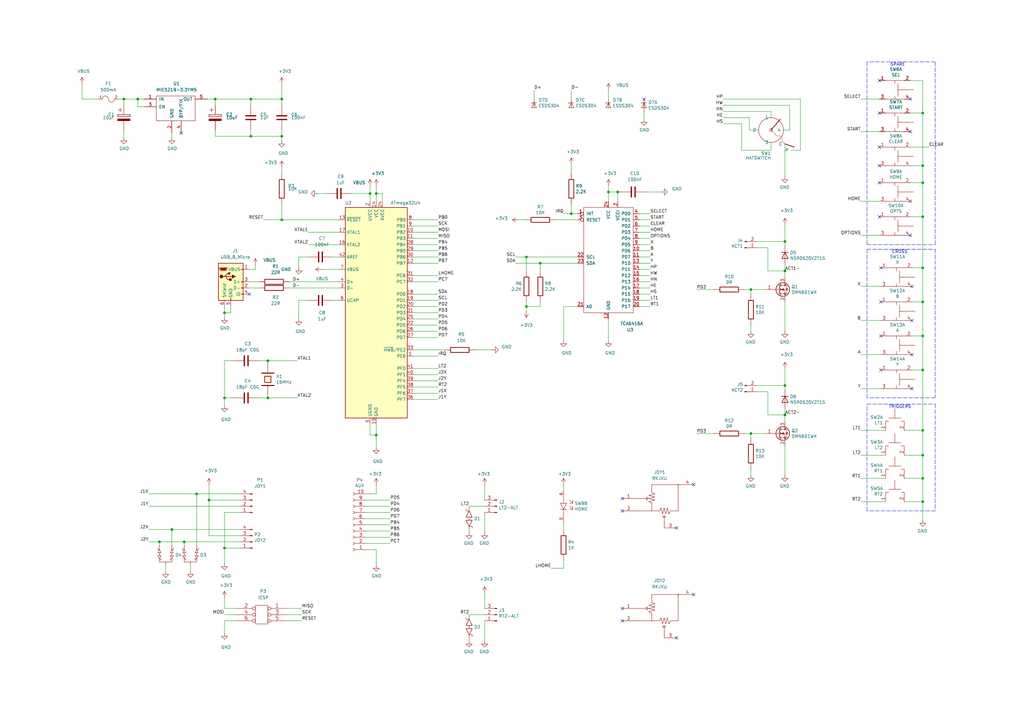
<source format=kicad_sch>
(kicad_sch (version 20231120) (generator "eeschema") (generator_version "8.0")
  (paper "A3")
  (title_block (title "Gamerino") (date "2021-05-20") (rev "01"))
  (junction (at 378.46 151.765))
  (junction (at 115.57 90.17))
  (junction (at 92.075 224.79))
  (junction (at 307.975 118.745))
  (junction (at 234.315 87.63))
  (junction (at 249.555 78.74))
  (junction (at 92.075 128.27))
  (junction (at 115.57 55.88))
  (junction (at 109.855 147.955))
  (junction (at 378.46 88.9))
  (junction (at 321.945 111.125))
  (junction (at 80.645 202.565))
  (junction (at 154.305 178.435))
  (junction (at 85.725 205.105))
  (junction (at 88.265 40.64))
  (junction (at 378.46 186.69))
  (junction (at 378.46 46.355))
  (junction (at 102.87 55.88))
  (junction (at 321.945 99.06))
  (junction (at 151.765 79.375))
  (junction (at 50.8 40.64))
  (junction (at 92.075 163.195))
  (junction (at 221.615 107.95))
  (junction (at 321.945 158.115))
  (junction (at 56.515 40.64))
  (junction (at 321.945 170.18))
  (junction (at 102.87 40.64))
  (junction (at 109.855 163.195))
  (junction (at 75.565 222.25))
  (junction (at 378.46 205.74))
  (junction (at 378.46 67.945))
  (junction (at 70.485 217.17))
  (junction (at 115.57 40.64))
  (junction (at 215.9 105.41))
  (junction (at 65.405 222.25))
  (junction (at 378.46 123.825))
  (junction (at 378.46 137.795))
  (junction (at 378.46 74.93))
  (junction (at 154.305 79.375))
  (junction (at 215.9 125.73))
  (junction (at 253.365 78.74))
  (junction (at 378.46 109.855))
  (junction (at 378.46 196.215))
  (junction (at 378.46 176.53))
  (junction (at 307.975 177.8))
  (no_connect (at 255.27 249.555))
  (no_connect (at 361.315 109.855))
  (no_connect (at 102.235 120.65))
  (no_connect (at 360.68 67.945))
  (no_connect (at 284.48 243.84))
  (no_connect (at 255.27 254.635))
  (no_connect (at 255.27 209.55))
  (no_connect (at 374.015 117.475))
  (no_connect (at 277.495 216.535))
  (no_connect (at 373.38 82.55))
  (no_connect (at 374.015 159.385))
  (no_connect (at 74.295 54.61))
  (no_connect (at 284.48 198.755))
  (no_connect (at 361.315 137.795))
  (no_connect (at 374.015 145.415))
  (no_connect (at 373.38 53.975))
  (no_connect (at 360.68 46.355))
  (no_connect (at 360.68 74.93))
  (no_connect (at 264.16 40.64))
  (no_connect (at 374.015 131.445))
  (no_connect (at 277.495 261.62))
  (no_connect (at 373.38 96.52))
  (no_connect (at 361.315 123.825))
  (no_connect (at 360.68 33.02))
  (no_connect (at 373.38 40.64))
  (no_connect (at 360.68 88.9))
  (no_connect (at 361.315 151.765))
  (no_connect (at 360.68 60.325))
  (no_connect (at 255.27 204.47))
  (wire (pts (xy 264.16 45.72) (xy 264.16 48.895)))
  (wire (pts (xy 149.86 207.645) (xy 160.02 207.645)))
  (wire (pts (xy 115.57 83.82) (xy 115.57 90.17)))
  (wire (pts (xy 314.96 111.125) (xy 321.945 111.125)))
  (wire (pts (xy 139.065 95.25) (xy 126.365 95.25)))
  (wire (pts (xy 115.57 40.64) (xy 102.87 40.64)))
  (wire (pts (xy 149.86 222.885) (xy 160.02 222.885)))
  (wire (pts (xy 75.565 222.25) (xy 98.425 222.25)))
  (wire (pts (xy 33.655 40.64) (xy 40.64 40.64)))
  (wire (pts (xy 92.075 163.195) (xy 92.075 166.37)))
  (wire (pts (xy 97.155 254.635) (xy 92.075 254.635)))
  (wire (pts (xy 262.255 92.71) (xy 266.7 92.71)))
  (wire (pts (xy 56.515 40.64) (xy 59.055 40.64)))
  (wire (pts (xy 198.755 210.185) (xy 198.755 218.44)))
  (wire (pts (xy 192.405 218.44) (xy 192.405 217.17)))
  (wire (pts (xy 115.57 90.17) (xy 107.95 90.17)))
  (wire (pts (xy 169.545 92.71) (xy 179.705 92.71)))
  (wire (pts (xy 102.87 55.88) (xy 88.265 55.88)))
  (wire (pts (xy 198.755 243.205) (xy 198.755 249.555)))
  (wire (pts (xy 307.975 194.945) (xy 307.975 192.405)))
  (wire (pts (xy 169.545 95.25) (xy 179.705 95.25)))
  (wire (pts (xy 169.545 115.57) (xy 179.705 115.57)))
  (wire (pts (xy 65.405 222.25) (xy 75.565 222.25)))
  (wire (pts (xy 234.315 67.31) (xy 234.315 71.12)))
  (wire (pts (xy 106.045 163.195) (xy 109.855 163.195)))
  (wire (pts (xy 85.09 40.64) (xy 88.265 40.64)))
  (wire (pts (xy 139.065 100.33) (xy 126.365 100.33)))
  (wire (pts (xy 321.945 99.06) (xy 321.945 100.965)))
  (wire (pts (xy 262.255 120.65) (xy 266.7 120.65)))
  (wire (pts (xy 307.975 120.65) (xy 307.975 118.745)))
  (wire (pts (xy 123.825 252.095) (xy 117.475 252.095)))
  (wire (pts (xy 149.86 210.185) (xy 160.02 210.185)))
  (wire (pts (xy 249.555 130.81) (xy 249.555 139.7)))
  (wire (pts (xy 266.7 113.03) (xy 262.255 113.03)))
  (wire (pts (xy 316.23 45.72) (xy 296.545 45.72)))
  (wire (pts (xy 169.545 97.79) (xy 179.705 97.79)))
  (wire (pts (xy 169.545 125.73) (xy 179.705 125.73)))
  (wire (pts (xy 169.545 100.33) (xy 179.705 100.33)))
  (wire (pts (xy 236.855 107.95) (xy 221.615 107.95)))
  (wire (pts (xy 373.38 33.02) (xy 378.46 33.02)))
  (polyline (pts (xy 383.54 165.735) (xy 383.54 209.55)) (stroke (width 0) (type dash)))
  (wire (pts (xy 378.46 196.215) (xy 378.46 205.74)))
  (wire (pts (xy 102.87 55.88) (xy 115.57 55.88)))
  (wire (pts (xy 109.855 147.955) (xy 121.92 147.955)))
  (wire (pts (xy 60.96 202.565) (xy 80.645 202.565)))
  (wire (pts (xy 60.96 217.17) (xy 70.485 217.17)))
  (wire (pts (xy 378.46 67.945) (xy 378.46 74.93)))
  (wire (pts (xy 70.485 217.17) (xy 98.425 217.17)))
  (wire (pts (xy 192.405 252.095) (xy 192.405 252.73)))
  (wire (pts (xy 353.06 96.52) (xy 360.68 96.52)))
  (wire (pts (xy 215.9 125.73) (xy 215.9 123.825)))
  (wire (pts (xy 151.765 178.435) (xy 154.305 178.435)))
  (wire (pts (xy 374.015 151.765) (xy 378.46 151.765)))
  (wire (pts (xy 65.405 223.52) (xy 65.405 222.25)))
  (wire (pts (xy 370.84 205.74) (xy 378.46 205.74)))
  (wire (pts (xy 92.075 128.27) (xy 94.615 128.27)))
  (wire (pts (xy 149.86 205.105) (xy 160.02 205.105)))
  (wire (pts (xy 378.46 176.53) (xy 378.46 186.69)))
  (wire (pts (xy 92.075 147.955) (xy 92.075 163.195)))
  (polyline (pts (xy 383.54 163.195) (xy 355.6 163.195)) (stroke (width 0) (type dash)))
  (wire (pts (xy 192.405 261.62) (xy 192.405 262.89)))
  (wire (pts (xy 169.545 163.83) (xy 179.705 163.83)))
  (wire (pts (xy 262.255 102.87) (xy 266.7 102.87)))
  (wire (pts (xy 262.255 105.41) (xy 266.7 105.41)))
  (wire (pts (xy 92.075 249.555) (xy 92.075 245.11)))
  (wire (pts (xy 262.255 87.63) (xy 266.7 87.63)))
  (wire (pts (xy 314.96 160.655) (xy 314.96 170.18)))
  (wire (pts (xy 363.22 205.74) (xy 353.06 205.74)))
  (wire (pts (xy 307.975 135.89) (xy 307.975 133.35)))
  (wire (pts (xy 132.08 110.49) (xy 139.065 110.49)))
  (wire (pts (xy 374.015 123.825) (xy 378.46 123.825)))
  (wire (pts (xy 92.075 125.73) (xy 92.075 128.27)))
  (wire (pts (xy 212.725 90.17) (xy 215.265 90.17)))
  (wire (pts (xy 264.795 78.74) (xy 271.145 78.74)))
  (wire (pts (xy 94.615 128.27) (xy 94.615 125.73)))
  (wire (pts (xy 262.255 97.79) (xy 266.7 97.79)))
  (wire (pts (xy 249.555 40.64) (xy 249.555 36.83)))
  (wire (pts (xy 88.265 43.18) (xy 88.265 40.64)))
  (wire (pts (xy 321.31 53.34) (xy 323.85 53.34)))
  (wire (pts (xy 373.38 88.9) (xy 378.46 88.9)))
  (wire (pts (xy 314.325 177.8) (xy 307.975 177.8)))
  (wire (pts (xy 154.305 202.565) (xy 149.86 202.565)))
  (wire (pts (xy 130.175 79.375) (xy 133.985 79.375)))
  (polyline (pts (xy 383.54 25.4) (xy 355.6 25.4)) (stroke (width 0) (type dash)))
  (wire (pts (xy 154.305 225.425) (xy 154.305 231.775)))
  (wire (pts (xy 353.06 82.55) (xy 360.68 82.55)))
  (wire (pts (xy 221.615 107.95) (xy 211.455 107.95)))
  (wire (pts (xy 234.315 40.64) (xy 234.315 36.83)))
  (wire (pts (xy 149.86 215.265) (xy 160.02 215.265)))
  (wire (pts (xy 194.945 143.51) (xy 201.93 143.51)))
  (wire (pts (xy 370.84 186.69) (xy 378.46 186.69)))
  (wire (pts (xy 378.46 33.02) (xy 378.46 46.355)))
  (wire (pts (xy 102.87 53.34) (xy 102.87 55.88)))
  (wire (pts (xy 126.365 123.19) (xy 122.555 123.19)))
  (wire (pts (xy 149.86 217.805) (xy 160.02 217.805)))
  (wire (pts (xy 353.06 131.445) (xy 361.315 131.445)))
  (wire (pts (xy 378.46 186.69) (xy 378.46 196.215)))
  (wire (pts (xy 378.46 109.855) (xy 378.46 123.825)))
  (wire (pts (xy 144.145 79.375) (xy 151.765 79.375)))
  (wire (pts (xy 169.545 161.29) (xy 179.705 161.29)))
  (wire (pts (xy 323.85 53.34) (xy 323.85 43.18)))
  (wire (pts (xy 378.46 151.765) (xy 378.46 176.53)))
  (wire (pts (xy 307.34 48.26) (xy 307.34 53.34)))
  (wire (pts (xy 78.105 231.775) (xy 78.105 234.315)))
  (wire (pts (xy 149.86 220.345) (xy 160.02 220.345)))
  (wire (pts (xy 353.06 159.385) (xy 361.315 159.385)))
  (wire (pts (xy 198.755 254.635) (xy 198.755 262.89)))
  (wire (pts (xy 321.945 59.055) (xy 321.945 72.39)))
  (wire (pts (xy 321.945 92.075) (xy 321.945 99.06)))
  (wire (pts (xy 106.045 118.11) (xy 102.235 118.11)))
  (wire (pts (xy 307.975 118.745) (xy 305.435 118.745)))
  (wire (pts (xy 321.945 113.665) (xy 321.945 111.125)))
  (wire (pts (xy 98.425 224.79) (xy 92.075 224.79)))
  (wire (pts (xy 236.855 125.73) (xy 231.14 125.73)))
  (wire (pts (xy 88.265 40.64) (xy 102.87 40.64)))
  (wire (pts (xy 249.555 76.2) (xy 249.555 78.74)))
  (wire (pts (xy 149.86 212.725) (xy 160.02 212.725)))
  (wire (pts (xy 169.545 107.95) (xy 179.705 107.95)))
  (wire (pts (xy 231.14 217.17) (xy 231.14 213.995)))
  (wire (pts (xy 221.615 125.73) (xy 221.615 123.825)))
  (wire (pts (xy 85.725 205.105) (xy 98.425 205.105)))
  (polyline (pts (xy 355.6 165.735) (xy 383.54 165.735)) (stroke (width 0) (type dash)))
  (wire (pts (xy 122.555 109.855) (xy 122.555 105.41)))
  (wire (pts (xy 98.425 219.71) (xy 85.725 219.71)))
  (wire (pts (xy 221.615 111.125) (xy 221.615 107.95)))
  (wire (pts (xy 80.645 223.52) (xy 80.645 202.565)))
  (wire (pts (xy 169.545 151.13) (xy 179.705 151.13)))
  (wire (pts (xy 310.515 158.115) (xy 321.945 158.115)))
  (wire (pts (xy 122.555 123.19) (xy 122.555 130.81)))
  (wire (pts (xy 262.255 95.25) (xy 266.7 95.25)))
  (wire (pts (xy 98.425 210.185) (xy 92.075 210.185)))
  (wire (pts (xy 198.755 198.755) (xy 198.755 205.105)))
  (wire (pts (xy 373.38 46.355) (xy 378.46 46.355)))
  (wire (pts (xy 80.645 202.565) (xy 98.425 202.565)))
  (wire (pts (xy 97.155 252.095) (xy 92.075 252.095)))
  (wire (pts (xy 169.545 120.65) (xy 179.705 120.65)))
  (wire (pts (xy 156.845 82.55) (xy 156.845 79.375)))
  (wire (pts (xy 169.545 133.35) (xy 179.705 133.35)))
  (wire (pts (xy 253.365 78.74) (xy 254.635 78.74)))
  (wire (pts (xy 307.975 177.8) (xy 305.435 177.8)))
  (wire (pts (xy 104.775 110.49) (xy 102.235 110.49)))
  (wire (pts (xy 314.325 118.745) (xy 307.975 118.745)))
  (wire (pts (xy 169.545 158.75) (xy 179.705 158.75)))
  (wire (pts (xy 92.075 163.195) (xy 95.885 163.195)))
  (wire (pts (xy 106.045 147.955) (xy 109.855 147.955)))
  (wire (pts (xy 169.545 138.43) (xy 179.705 138.43)))
  (wire (pts (xy 304.165 50.8) (xy 304.165 61.595)))
  (wire (pts (xy 262.255 125.73) (xy 266.7 125.73)))
  (wire (pts (xy 328.295 40.64) (xy 296.545 40.64)))
  (wire (pts (xy 262.255 110.49) (xy 266.7 110.49)))
  (wire (pts (xy 169.545 143.51) (xy 182.245 143.51)))
  (wire (pts (xy 139.065 90.17) (xy 115.57 90.17)))
  (wire (pts (xy 231.14 201.295) (xy 231.14 198.755)))
  (wire (pts (xy 262.255 115.57) (xy 266.7 115.57)))
  (wire (pts (xy 231.14 125.73) (xy 231.14 139.7)))
  (wire (pts (xy 316.23 61.595) (xy 304.165 61.595)))
  (wire (pts (xy 198.755 252.095) (xy 192.405 252.095)))
  (wire (pts (xy 60.96 207.645) (xy 98.425 207.645)))
  (wire (pts (xy 102.87 40.64) (xy 102.87 43.18)))
  (wire (pts (xy 169.545 113.03) (xy 179.705 113.03)))
  (wire (pts (xy 139.065 118.11) (xy 118.745 118.11)))
  (wire (pts (xy 67.945 231.775) (xy 67.945 234.315)))
  (wire (pts (xy 234.315 83.82) (xy 234.315 87.63)))
  (wire (pts (xy 378.46 88.9) (xy 378.46 109.855)))
  (wire (pts (xy 374.015 109.855) (xy 378.46 109.855)))
  (wire (pts (xy 215.9 125.73) (xy 221.615 125.73)))
  (wire (pts (xy 60.96 222.25) (xy 65.405 222.25)))
  (wire (pts (xy 169.545 153.67) (xy 179.705 153.67)))
  (wire (pts (xy 328.295 61.595) (xy 328.295 40.64)))
  (wire (pts (xy 316.23 48.26) (xy 316.23 45.72)))
  (polyline (pts (xy 383.54 102.235) (xy 383.54 163.195)) (stroke (width 0) (type dash)))
  (wire (pts (xy 117.475 249.555) (xy 123.825 249.555)))
  (wire (pts (xy 115.57 68.58) (xy 115.57 71.12)))
  (wire (pts (xy 310.515 99.06) (xy 321.945 99.06)))
  (polyline (pts (xy 355.6 25.4) (xy 355.6 100.33)) (stroke (width 0) (type dash)))
  (wire (pts (xy 381 60.325) (xy 373.38 60.325)))
  (wire (pts (xy 192.405 207.645) (xy 192.405 208.28)))
  (wire (pts (xy 321.945 167.64) (xy 321.945 170.18)))
  (wire (pts (xy 95.885 147.955) (xy 92.075 147.955)))
  (wire (pts (xy 262.255 100.33) (xy 266.7 100.33)))
  (polyline (pts (xy 355.6 100.33) (xy 383.54 100.33)) (stroke (width 0) (type dash)))
  (wire (pts (xy 314.96 170.18) (xy 321.945 170.18)))
  (wire (pts (xy 56.515 40.64) (xy 56.515 43.815)))
  (wire (pts (xy 122.555 105.41) (xy 126.365 105.41)))
  (wire (pts (xy 307.975 179.705) (xy 307.975 177.8)))
  (wire (pts (xy 323.85 43.18) (xy 296.545 43.18)))
  (wire (pts (xy 154.305 198.755) (xy 154.305 202.565)))
  (wire (pts (xy 169.545 128.27) (xy 179.705 128.27)))
  (wire (pts (xy 253.365 82.55) (xy 253.365 78.74)))
  (wire (pts (xy 374.015 137.795) (xy 378.46 137.795)))
  (wire (pts (xy 266.7 118.11) (xy 262.255 118.11)))
  (wire (pts (xy 70.485 223.52) (xy 70.485 217.17)))
  (wire (pts (xy 373.38 74.93) (xy 378.46 74.93)))
  (wire (pts (xy 85.725 205.105) (xy 85.725 198.755)))
  (wire (pts (xy 92.075 210.185) (xy 92.075 224.79)))
  (polyline (pts (xy 355.6 102.235) (xy 355.6 163.195)) (stroke (width 0) (type dash)))
  (wire (pts (xy 104.775 108.585) (xy 104.775 110.49)))
  (wire (pts (xy 169.545 135.89) (xy 179.705 135.89)))
  (wire (pts (xy 296.545 48.26) (xy 307.34 48.26)))
  (wire (pts (xy 50.8 43.18) (xy 50.8 40.64)))
  (wire (pts (xy 378.46 74.93) (xy 378.46 88.9)))
  (wire (pts (xy 169.545 146.05) (xy 179.705 146.05)))
  (wire (pts (xy 50.8 53.34) (xy 50.8 56.515)))
  (wire (pts (xy 154.305 79.375) (xy 154.305 82.55)))
  (wire (pts (xy 231.14 233.045) (xy 226.06 233.045)))
  (wire (pts (xy 215.9 127.635) (xy 215.9 125.73)))
  (wire (pts (xy 321.945 172.72) (xy 321.945 170.18)))
  (wire (pts (xy 115.57 55.88) (xy 115.57 57.785)))
  (wire (pts (xy 363.22 176.53) (xy 353.06 176.53)))
  (wire (pts (xy 321.945 158.115) (xy 321.945 160.02)))
  (wire (pts (xy 169.545 90.17) (xy 179.705 90.17)))
  (wire (pts (xy 149.86 225.425) (xy 154.305 225.425)))
  (wire (pts (xy 97.155 249.555) (xy 92.075 249.555)))
  (wire (pts (xy 378.46 46.355) (xy 378.46 67.945)))
  (polyline (pts (xy 355.6 209.55) (xy 355.6 165.735)) (stroke (width 0) (type dash)))
  (wire (pts (xy 115.57 40.64) (xy 115.57 43.18)))
  (wire (pts (xy 169.545 156.21) (xy 179.705 156.21)))
  (wire (pts (xy 321.945 151.13) (xy 321.945 158.115)))
  (wire (pts (xy 249.555 78.74) (xy 253.365 78.74)))
  (wire (pts (xy 102.235 115.57) (xy 106.045 115.57)))
  (wire (pts (xy 136.525 123.19) (xy 139.065 123.19)))
  (wire (pts (xy 123.825 254.635) (xy 117.475 254.635)))
  (wire (pts (xy 88.265 55.88) (xy 88.265 53.34)))
  (wire (pts (xy 92.075 128.27) (xy 92.075 130.175)))
  (wire (pts (xy 48.26 40.64) (xy 50.8 40.64)))
  (wire (pts (xy 215.9 105.41) (xy 236.855 105.41)))
  (wire (pts (xy 321.945 182.88) (xy 321.945 194.945)))
  (wire (pts (xy 219.075 40.64) (xy 219.075 36.83)))
  (wire (pts (xy 33.655 34.29) (xy 33.655 40.64)))
  (polyline (pts (xy 383.54 209.55) (xy 355.6 209.55)) (stroke (width 0) (type dash)))
  (wire (pts (xy 109.855 163.195) (xy 121.92 163.195)))
  (wire (pts (xy 353.06 117.475) (xy 361.315 117.475)))
  (wire (pts (xy 151.765 79.375) (xy 151.765 82.55)))
  (wire (pts (xy 154.305 76.2) (xy 154.305 79.375)))
  (wire (pts (xy 154.305 178.435) (xy 154.305 183.515)))
  (wire (pts (xy 215.9 111.125) (xy 215.9 105.41)))
  (wire (pts (xy 360.68 40.64) (xy 353.06 40.64)))
  (polyline (pts (xy 383.54 100.33) (xy 383.54 25.4)) (stroke (width 0) (type dash)))
  (wire (pts (xy 118.745 115.57) (xy 139.065 115.57)))
  (wire (pts (xy 115.57 53.34) (xy 115.57 55.88)))
  (wire (pts (xy 136.525 105.41) (xy 139.065 105.41)))
  (wire (pts (xy 370.84 196.215) (xy 378.46 196.215)))
  (wire (pts (xy 85.725 219.71) (xy 85.725 205.105)))
  (wire (pts (xy 373.38 67.945) (xy 378.46 67.945)))
  (wire (pts (xy 321.945 123.825) (xy 321.945 135.89)))
  (wire (pts (xy 324.485 61.595) (xy 328.295 61.595)))
  (wire (pts (xy 311.15 53.34) (xy 307.34 53.34)))
  (wire (pts (xy 285.75 177.8) (xy 292.735 177.8)))
  (wire (pts (xy 363.22 186.69) (xy 353.06 186.69)))
  (wire (pts (xy 285.75 118.745) (xy 292.735 118.745)))
  (wire (pts (xy 169.545 123.19) (xy 179.705 123.19)))
  (wire (pts (xy 360.68 53.975) (xy 353.06 53.975)))
  (wire (pts (xy 310.515 160.655) (xy 314.96 160.655)))
  (wire (pts (xy 310.515 101.6) (xy 314.96 101.6)))
  (wire (pts (xy 236.855 87.63) (xy 234.315 87.63)))
  (wire (pts (xy 70.485 56.515) (xy 70.485 54.61)))
  (wire (pts (xy 363.22 196.215) (xy 353.06 196.215)))
  (wire (pts (xy 304.165 50.8) (xy 296.545 50.8)))
  (wire (pts (xy 56.515 43.815) (xy 59.055 43.815)))
  (polyline (pts (xy 355.6 102.235) (xy 383.54 102.235)) (stroke (width 0) (type dash)))
  (wire (pts (xy 211.455 105.41) (xy 215.9 105.41)))
  (wire (pts (xy 236.855 90.17) (xy 227.965 90.17)))
  (wire (pts (xy 169.545 102.87) (xy 179.705 102.87)))
  (wire (pts (xy 262.255 90.17) (xy 266.7 90.17)))
  (wire (pts (xy 192.405 207.645) (xy 198.755 207.645)))
  (wire (pts (xy 154.305 173.99) (xy 154.305 178.435)))
  (wire (pts (xy 92.075 224.79) (xy 92.075 231.14)))
  (wire (pts (xy 151.765 76.2) (xy 151.765 79.375)))
  (wire (pts (xy 115.57 40.64) (xy 115.57 34.29)))
  (wire (pts (xy 151.765 173.99) (xy 151.765 178.435)))
  (wire (pts (xy 169.545 130.81) (xy 179.705 130.81)))
  (wire (pts (xy 169.545 105.41) (xy 179.705 105.41)))
  (wire (pts (xy 234.315 87.63) (xy 231.14 87.63)))
  (wire (pts (xy 75.565 223.52) (xy 75.565 222.25)))
  (wire (pts (xy 378.46 123.825) (xy 378.46 137.795)))
  (wire (pts (xy 378.46 205.74) (xy 378.46 213.36)))
  (wire (pts (xy 316.23 58.42) (xy 316.23 61.595)))
  (wire (pts (xy 262.255 123.19) (xy 266.7 123.19)))
  (wire (pts (xy 156.845 79.375) (xy 154.305 79.375)))
  (wire (pts (xy 370.84 176.53) (xy 378.46 176.53)))
  (wire (pts (xy 314.96 101.6) (xy 314.96 111.125)))
  (wire (pts (xy 378.46 137.795) (xy 378.46 151.765)))
  (wire (pts (xy 249.555 78.74) (xy 249.555 82.55)))
  (wire (pts (xy 50.8 40.64) (xy 56.515 40.64)))
  (wire (pts (xy 353.06 145.415) (xy 361.315 145.415)))
  (wire (pts (xy 231.14 229.87) (xy 231.14 233.045)))
  (wire (pts (xy 321.945 108.585) (xy 321.945 111.125)))
  (wire (pts (xy 262.255 107.95) (xy 266.7 107.95)))
  (wire (pts (xy 92.075 254.635) (xy 92.075 259.715)))
  (text "CROSS" (at 365.76 104.14 0) (effects (font (size 1.27 1.27)) (justify left bottom)))
  (text "TRIGGERS" (at 364.49 167.64 0) (effects (font (size 1.27 1.27)) (justify left bottom)))
  (text "SPARE" (at 365.125 27.305 0) (effects (font (size 1.27 1.27)) (justify left bottom)))
  (label "PD6" (at 160.02 210.185 0))
  (label "RT2" (at 353.06 205.74 180))
  (label "LT1" (at 353.06 176.53 180))
  (label "LT1" (at 266.7 123.19 0))
  (label "J1Y" (at 179.705 163.83 0))
  (label "PB6" (at 160.02 220.345 0))
  (label "J1Y" (at 60.96 207.645 180))
  (label "A" (at 353.06 145.415 180))
  (label "LT2" (at 179.705 151.13 0))
  (label "RESET" (at 107.95 90.17 180))
  (label "CLEAR" (at 381 60.325 0))
  (label "HOME" (at 353.06 82.55 180))
  (label "PB6" (at 179.705 105.41 0))
  (label "MOSI" (at 179.705 95.25 0))
  (label "D+" (at 120.015 115.57 0))
  (label "PB4" (at 179.705 100.33 0))
  (label "PB5" (at 160.02 217.805 0))
  (label "PD3" (at 285.75 177.8 0))
  (label "XTAL1" (at 121.92 147.955 0))
  (label "HP" (at 296.545 40.64 180))
  (label "HE" (at 266.7 118.11 0))
  (label "MISO" (at 123.825 249.555 0))
  (label "ACT2-" (at 321.945 170.18 0))
  (label "HN" (at 266.7 115.57 0))
  (label "RESET" (at 123.825 254.635 0))
  (label "D-" (at 120.015 118.11 0))
  (label "J1X" (at 179.705 161.29 0))
  (label "RT2" (at 179.705 158.75 0))
  (label "XTAL1" (at 126.365 95.25 180))
  (label "B" (at 353.06 131.445 180))
  (label "RT1" (at 266.7 125.73 0))
  (label "PD4" (at 179.705 130.81 0))
  (label "SCL" (at 179.705 123.19 0))
  (label "Y" (at 353.06 159.385 180))
  (label "RT1" (at 353.06 196.215 180))
  (label "PB7" (at 179.705 107.95 0))
  (label "J2X" (at 60.96 217.17 180))
  (label "LT2" (at 353.06 186.69 180))
  (label "XTAL2" (at 121.92 163.195 0))
  (label "PB0" (at 179.705 90.17 0))
  (label "PD2" (at 179.705 125.73 0))
  (label "J2Y" (at 179.705 156.21 0))
  (label "J1X" (at 60.96 202.565 180))
  (label "HP" (at 266.7 110.49 0))
  (label "HN" (at 296.545 45.72 180))
  (label "PD3" (at 179.705 128.27 0))
  (label "HOME" (at 266.7 95.25 0))
  (label "X" (at 353.06 117.475 180))
  (label "SCL" (at 211.455 105.41 180))
  (label "HW" (at 266.7 113.03 0))
  (label "SCK" (at 123.825 252.095 0))
  (label "PC7" (at 179.705 115.57 0))
  (label "D-" (at 234.315 36.83 0))
  (label "PD2" (at 285.75 118.745 0))
  (label "J2Y" (at 60.96 222.25 180))
  (label "SCK" (at 179.705 92.71 0))
  (label "PD5" (at 179.705 133.35 0))
  (label "CLEAR" (at 266.7 92.71 0))
  (label "PD7" (at 160.02 212.725 0))
  (label "IRQ" (at 179.705 146.05 0))
  (label "HW" (at 296.545 43.18 180))
  (label "PD7" (at 179.705 138.43 0))
  (label "PB4" (at 160.02 215.265 0))
  (label "HS" (at 296.545 50.8 180))
  (label "RT2" (at 192.405 252.095 180))
  (label "SELECT" (at 353.06 40.64 180))
  (label "OPTIONS" (at 353.06 96.52 180))
  (label "PD6" (at 179.705 135.89 0))
  (label "HE" (at 296.545 48.26 180))
  (label "PD5" (at 160.02 205.105 0))
  (label "LT2" (at 192.405 207.645 180))
  (label "PB5" (at 179.705 102.87 0))
  (label "X" (at 266.7 100.33 0))
  (label "START" (at 266.7 90.17 0))
  (label "IRQ" (at 231.14 87.63 180))
  (label "J2X" (at 179.705 153.67 0))
  (label "MISO" (at 179.705 97.79 0))
  (label "PC7" (at 160.02 222.885 0))
  (label "SELECT" (at 266.7 87.63 0))
  (label "OPTIONS" (at 266.7 97.79 0))
  (label "Y" (at 266.7 107.95 0))
  (label "ACT1-" (at 321.945 111.125 0))
  (label "A" (at 266.7 105.41 0))
  (label "SDA" (at 179.705 120.65 0))
  (label "LHOME" (at 226.06 233.045 180))
  (label "MOSI" (at 92.075 252.095 180))
  (label "D+" (at 219.075 36.83 0))
  (label "HS" (at 266.7 120.65 0))
  (label "B" (at 266.7 102.87 0))
  (label "SDA" (at 211.455 107.95 180))
  (label "LHOME" (at 179.705 113.03 0))
  (label "XTAL2" (at 126.365 100.33 180))
  (label "PD4" (at 160.02 207.645 0))
  (label "START" (at 353.06 53.975 180))
  (symbol (lib_id "gamerino:ATmega32U4-MU-MCU_Microchip_ATmega") (at 154.305 128.27 0) (unit 1)
    (property "Reference" "U2" (at 142.875 83.185 0))
    (property "Value" "ATmega32U4" (at 166.37 83.185 0))
    (property "Footprint" "Package_QFP:LQFP-44_10x10mm_P0.8mm" (effects (hide yes)))
    (property "Datasheet" "http://ww1.microchip.com/downloads/en/DeviceDoc/Atmel-7766-8-bit-AVR-ATmega16U4-32U4_Datasheet.pdf" (effects (hide yes)))
    (property "MPN" "ATmega32U4-AU" (effects (hide yes)))
    (property "Manufacturer" "Atmel" (effects (hide yes)))
    (property "Digikey" "ATMEGA32U4-AU-ND" (effects (hide yes)))
    (property "Mouser" "556-ATMEGA32U4-AU" (effects (hide yes)))
    (property "RS" "131-0289" (effects (hide yes)))
    (property "Farnell" "1748525" (effects (hide yes)))
  )
  (symbol (lib_id "gamerino-rescue:USB_B_Micro-Connector") (at 94.615 115.57 0) (unit 1)
    (property "Reference" "J1" (at 96.52 102.87 0))
    (property "Value" "USB_B_Micro" (at 96.52 105.41 0))
    (property "Footprint" "gamerino:TE_1981568-1" (effects (hide yes)))
    (property "MPN" "1981568-1" (effects (hide yes)))
    (property "Manufacturer" "TE" (effects (hide yes)))
    (property "Digikey" "A97800CT-ND" (effects (hide yes)))
    (property "Mouser" "571-1981568-1" (effects (hide yes)))
    (property "RS" "669-4645" (effects (hide yes)))
    (property "Farnell" "2751670" (effects (hide yes)))
  )
  (symbol (lib_id "gamerino-rescue:GND-power") (at 92.075 130.175 0) (unit 1)
    (property "Reference" "#PWR05" (effects (hide yes)))
    (property "Value" "GND" (at 92.202 134.5692 0))
  )
  (symbol (lib_id "gamerino-rescue:GND-power") (at 249.555 139.7 0) (unit 1)
    (property "Reference" "#PWR033" (effects (hide yes)))
    (property "Value" "GND" (at 250.19 144.78 0))
  )
  (symbol (lib_id "gamerino-rescue:VBUS-power") (at 104.775 108.585 0) (unit 1)
    (property "Reference" "#PWR010" (effects (hide yes)))
    (property "Value" "VBUS" (at 107.95 106.68 0) (effects (justify left)))
  )
  (symbol (lib_id "gamerino-rescue:VBUS-power") (at 132.08 110.49 90) (unit 1)
    (property "Reference" "#PWR016" (effects (hide yes)))
    (property "Value" "VBUS" (at 132.08 114.3 90))
  )
  (symbol (lib_id "gamerino-rescue:+3.3V-power") (at 154.305 76.2 0) (unit 1)
    (property "Reference" "#PWR020" (effects (hide yes)))
    (property "Value" "+3V3" (at 154.94 71.12 0))
  )
  (symbol (lib_id "gamerino-rescue:+3.3V-power") (at 249.555 76.2 0) (unit 1)
    (property "Reference" "#PWR032" (effects (hide yes)))
    (property "Value" "+3V3" (at 250.19 71.12 0))
  )
  (symbol (lib_id "gamerino-rescue:GND-power") (at 154.305 183.515 0) (unit 1)
    (property "Reference" "#PWR021" (effects (hide yes)))
    (property "Value" "GND" (at 154.94 189.23 0))
  )
  (symbol (lib_id "gamerino-rescue:GND-power") (at 231.14 139.7 0) (unit 1)
    (property "Reference" "#PWR030" (effects (hide yes)))
    (property "Value" "GND" (at 232.41 144.78 0))
  )
  (symbol (lib_id "gamerino-rescue:R-device") (at 221.615 90.17 270) (unit 1)
    (property "Reference" "R7" (at 221.615 84.8868 90))
    (property "Value" "10K" (at 221.615 87.1982 90))
    (property "Footprint" "Resistor_SMD:R_0603_1608Metric" (effects (hide yes)))
    (property "MPN" "RC0603FR-0710KL" (effects (hide yes)))
    (property "Manufacturer" "Yageo" (effects (hide yes)))
    (property "Digikey" "311-10.0KHRCT-ND" (effects (hide yes)))
    (property "Mouser" "RC0603FR-0710KL" (effects (hide yes)))
    (property "RS" "199-5443" (effects (hide yes)))
    (property "Farnell" "9238603" (effects (hide yes)))
  )
  (symbol (lib_id "gamerino-rescue:+3.3V-power") (at 212.725 90.17 90) (unit 1)
    (property "Reference" "#PWR028" (effects (hide yes)))
    (property "Value" "+3V3" (at 208.28 89.535 90) (effects (justify left)))
  )
  (symbol (lib_id "gamerino-rescue:CRYSTAL-device") (at 109.855 155.575 270) (unit 1)
    (property "Reference" "X1" (at 113.2332 154.4066 90) (effects (justify left)))
    (property "Value" "16MHz" (at 113.2332 156.718 90) (effects (justify left)))
    (property "Footprint" "Crystal:Crystal_SMD_2520-4Pin_2.5x2.0mm" (effects (hide yes)))
    (property "MPN" "XRCHA16M000F0A01R0" (effects (hide yes)))
    (property "Manufacturer" "Murata" (effects (hide yes)))
    (property "Digikey" "490-9650-1-ND" (effects (hide yes)))
    (property "Mouser" "81-XRCHA16M000F0A1R0" (effects (hide yes)))
    (property "RS" "144-6641" (effects (hide yes)))
    (property "Farnell" "2909954" (effects (hide yes)))
  )
  (symbol (lib_id "gamerino-rescue:C-device") (at 100.965 163.195 270) (unit 1)
    (property "Reference" "C4" (at 101.6 156.21 90))
    (property "Value" "18pF C0G" (at 101.6 158.75 90))
    (property "Footprint" "Capacitor_SMD:C_0402_1005Metric" (effects (hide yes)))
    (property "MPN" "CGA2B2C0G1H180J050BA" (effects (hide yes)))
    (property "Manufacturer" "TDK" (effects (hide yes)))
    (property "Digikey" "445-5587-1-ND" (effects (hide yes)))
    (property "Mouser" "810-CGA2B2C0G1H180J" (effects (hide yes)))
    (property "RS" "915-5538" (effects (hide yes)))
    (property "Farnell" "2210766" (effects (hide yes)))
  )
  (symbol (lib_id "gamerino-rescue:C-device") (at 100.965 147.955 270) (unit 1)
    (property "Reference" "C3" (at 101.6 140.97 90))
    (property "Value" "18pF C0G" (at 101.6 143.51 90))
    (property "Footprint" "Capacitor_SMD:C_0402_1005Metric" (effects (hide yes)))
    (property "MPN" "CGA2B2C0G1H180J050BA" (effects (hide yes)))
    (property "Manufacturer" "TDK" (effects (hide yes)))
    (property "Digikey" "445-5587-1-ND" (effects (hide yes)))
    (property "Mouser" "810-CGA2B2C0G1H180J" (effects (hide yes)))
    (property "RS" "915-5538" (effects (hide yes)))
    (property "Farnell" "2210766" (effects (hide yes)))
  )
  (symbol (lib_id "gamerino-rescue:GND-power") (at 92.075 166.37 0) (unit 1)
    (property "Reference" "#PWR06" (effects (hide yes)))
    (property "Value" "GND" (at 92.71 172.085 0))
  )
  (symbol (lib_id "gamerino-rescue:GND-power") (at 122.555 109.855 0) (unit 1)
    (property "Reference" "#PWR0101" (effects (hide yes)))
    (property "Value" "GND" (at 119.38 110.49 0) (effects (justify right)))
  )
  (symbol (lib_id "gamerino-rescue:Conn_01x04_Male-Connector") (at 103.505 207.645 180) (unit 1)
    (property "Reference" "P1" (at 106.68 196.85 0))
    (property "Value" "JOY1" (at 106.68 199.39 0))
    (property "Footprint" "gamerino:52746-0471" (effects (hide yes)))
    (property "MPN" "52746-0471" (effects (hide yes)))
    (property "Manufacturer" "Molex" (effects (hide yes)))
    (property "Digikey" "WM6768CT-ND" (effects (hide yes)))
    (property "Mouser" "538-52746-0471" (effects (hide yes)))
    (property "RS" "702-5438" (effects (hide yes)))
    (property "Farnell" "2679575" (effects (hide yes)))
  )
  (symbol (lib_id "gamerino-rescue:Conn_01x04_Male-Connector") (at 103.505 222.25 180) (unit 1)
    (property "Reference" "P2" (at 104.2162 219.2528 0) (effects (justify right)))
    (property "Value" "JOY2" (at 104.2162 221.5642 0) (effects (justify right)))
    (property "Footprint" "gamerino:52746-0471" (effects (hide yes)))
    (property "MPN" "52746-0471" (effects (hide yes)))
    (property "Manufacturer" "Molex" (effects (hide yes)))
    (property "Digikey" "WM6768CT-ND" (effects (hide yes)))
    (property "Mouser" "538-52746-0471" (effects (hide yes)))
    (property "RS" "702-5438" (effects (hide yes)))
    (property "Farnell" "2679575" (effects (hide yes)))
  )
  (symbol (lib_id "gamerino-rescue:GND-power") (at 92.075 231.14 0) (unit 1)
    (property "Reference" "#PWR07" (effects (hide yes)))
    (property "Value" "GND" (at 92.71 236.22 0))
  )
  (symbol (lib_id "gamerino-rescue:+3.3V-power") (at 85.725 198.755 0) (unit 1)
    (property "Reference" "#PWR04" (effects (hide yes)))
    (property "Value" "+3V3" (at 86.36 193.04 0))
  )
  (symbol (lib_id "gamerino-rescue:C-device") (at 131.445 123.19 90) (unit 1)
    (property "Reference" "C8" (at 132.08 128.27 90))
    (property "Value" "1uF" (at 132.08 130.81 90))
    (property "Footprint" "Capacitor_SMD:C_0603_1608Metric" (effects (hide yes)))
    (property "MPN" "CGA3E1X7R1C105K080AC" (effects (hide yes)))
    (property "Manufacturer" "TDK" (effects (hide yes)))
    (property "Digikey" "445-12539-1-ND" (effects (hide yes)))
    (property "Mouser" "810-CGA3E1X7R1C105AC" (effects (hide yes)))
    (property "RS" "915-5660" (effects (hide yes)))
    (property "Farnell" "2528789" (effects (hide yes)))
  )
  (symbol (lib_id "gamerino-rescue:GND-power") (at 122.555 130.81 0) (unit 1)
    (property "Reference" "#PWR014" (effects (hide yes)))
    (property "Value" "GND" (at 123.19 135.89 0))
  )
  (symbol (lib_id "gamerino:RKJXS") (at 316.23 53.34 0) (mirror y) (unit 1)
    (property "Reference" "SW1" (at 316.23 62.865 0) (effects (justify left)))
    (property "Value" "HATSWITCH" (at 316.23 64.77 0) (effects (justify left)))
    (property "Footprint" "gamerino:RKJXS" (effects (hide yes)))
    (property "MPN" "RKJXS1004001" (effects (hide yes)))
    (property "Manufacturer" "ALPS Alpine" (effects (hide yes)))
    (property "Mouser" "688-RKJXS" (effects (hide yes)))
  )
  (symbol (lib_id "gamerino-rescue:GND-power") (at 321.945 72.39 0) (mirror y) (unit 1)
    (property "Reference" "#PWR035" (effects (hide yes)))
    (property "Value" "GND" (at 321.818 76.7842 0))
  )
  (symbol (lib_id "gamerino:TL1") (at 367.03 36.83 0) (unit 1)
    (property "Reference" "SW6" (at 367.4618 28.4226 0))
    (property "Value" "SEL" (at 367.4618 30.734 0))
    (property "Footprint" "gamerino:TL6210" (effects (hide yes)))
    (property "MPN" "TL6210AF200GQ" (effects (hide yes)))
    (property "Manufacturer" "E-Switch" (effects (hide yes)))
    (property "Digikey" "EG5128CT-ND" (effects (hide yes)))
    (property "Mouser" "612-TL6210AF200GQ" (effects (hide yes)))
  )
  (symbol (lib_id "gamerino-rescue:+3.3V-power") (at 92.075 245.11 0) (mirror y) (unit 1)
    (property "Reference" "#PWR08" (effects (hide yes)))
    (property "Value" "+3V3" (at 92.71 240.03 0))
  )
  (symbol (lib_id "gamerino-rescue:GND-power") (at 92.075 259.715 0) (mirror y) (unit 1)
    (property "Reference" "#PWR09" (effects (hide yes)))
    (property "Value" "GND" (at 92.71 265.43 0))
  )
  (symbol (lib_id "gamerino:RKJXU") (at 272.415 204.47 0) (unit 1)
    (property "Reference" "JOY1" (at 270.51 193.675 0))
    (property "Value" "RKJXU" (at 270.51 196.215 0))
    (property "Footprint" "gamerino:RKJXU" (effects (hide yes)))
    (property "MPN" "RKJXU1210006" (effects (hide yes)))
    (property "Manufacturer" "ALPS Alpine" (effects (hide yes)))
    (property "Mouser" "688-RKJXU1210006" (effects (hide yes)))
  )
  (symbol (lib_id "gamerino:RKJXU") (at 272.415 249.555 0) (unit 1)
    (property "Reference" "JOY2" (at 270.51 238.125 0))
    (property "Value" "RKJXU" (at 270.51 240.665 0))
    (property "Footprint" "gamerino:RKJXU" (effects (hide yes)))
    (property "MPN" "RKJXU1210006" (effects (hide yes)))
    (property "Manufacturer" "ALPS Alpine" (effects (hide yes)))
    (property "Mouser" "688-RKJXU1210006" (effects (hide yes)))
  )
  (symbol (lib_id "gamerino-rescue:C-device") (at 131.445 105.41 90) (unit 1)
    (property "Reference" "C7" (at 132.08 97.79 90))
    (property "Value" "100nF" (at 132.08 100.33 90))
    (property "Footprint" "Capacitor_SMD:C_0603_1608Metric" (effects (hide yes)))
    (property "MPN" "885012206020" (effects (hide yes)))
    (property "Manufacturer" "Wurth" (effects (hide yes)))
    (property "Digikey" "732-7939-1-ND" (effects (hide yes)))
    (property "Mouser" "710-885012206020" (effects (hide yes)))
    (property "RS" "839-2720" (effects (hide yes)))
    (property "Farnell" "2495168" (effects (hide yes)))
  )
  (symbol (lib_id "gamerino-rescue:GND-power") (at 378.46 213.36 0) (mirror y) (unit 1)
    (property "Reference" "#PWR036" (effects (hide yes)))
    (property "Value" "GND" (at 378.333 217.7542 0))
  )
  (symbol (lib_id "gamerino-rescue:+3.3V-power") (at 198.755 243.205 0) (mirror y) (unit 1)
    (property "Reference" "#PWR025" (effects (hide yes)))
    (property "Value" "+3V3" (at 199.39 237.49 0))
  )
  (symbol (lib_id "gamerino:TCA6416A") (at 249.555 106.68 0) (unit 1)
    (property "Reference" "U3" (at 258.445 135.255 0))
    (property "Value" "TCA6416A" (at 259.08 132.715 0))
    (property "Footprint" "gamerino:TSSOP-24_4.4x7.8mm_P0.65mm" (effects (hide yes)))
    (property "MPN" "TCA6416APWR" (effects (hide yes)))
    (property "Manufacturer" "TI" (effects (hide yes)))
    (property "Digikey" "296-24536-1-ND" (effects (hide yes)))
    (property "Farnell" "3009444" (effects (hide yes)))
    (property "Mouser" "595-TCA6416APWR" (effects (hide yes)))
  )
  (symbol (lib_id "gamerino:TL1") (at 367.03 78.74 0) (unit 1)
    (property "Reference" "SW9" (at 367.4618 70.3326 0))
    (property "Value" "HOME" (at 367.4618 72.644 0))
    (property "Footprint" "gamerino:TL3265" (effects (hide yes)))
    (property "MPN" "TL3265BQSCLR" (effects (hide yes)))
    (property "Manufacturer" "E-Switch" (effects (hide yes)))
    (property "Digikey" "EG5517CT-ND" (effects (hide yes)))
    (property "Mouser" "612-TL3265BQSCLR" (effects (hide yes)))
  )
  (symbol (lib_id "gamerino-rescue:Conn_01x02_Male-Connector") (at 305.435 101.6 0) (mirror x) (unit 1)
    (property "Reference" "J4" (at 304.7492 98.6028 0) (effects (justify right)))
    (property "Value" "ACT1" (at 304.7492 100.9142 0) (effects (justify right)))
    (property "Footprint" "gamerino:Molex_PicoBlade_53047-0210_1x02_P1.25mm_Vertical" (effects (hide yes)))
    (property "Digikey" "WM1731-ND" (effects (hide yes)))
    (property "Farnell" "9733051" (effects (hide yes)))
    (property "MPN" "53047-0210" (effects (hide yes)))
    (property "Manufacturer" "Molex" (effects (hide yes)))
    (property "Mouser" "538-53047-0210" (effects (hide yes)))
    (property "RS" "279-9213" (effects (hide yes)))
  )
  (symbol (lib_id "gamerino-rescue:GND-power") (at 192.405 218.44 0) (mirror y) (unit 1)
    (property "Reference" "#PWR0102" (effects (hide yes)))
    (property "Value" "GND" (at 192.278 222.8342 0))
  )
  (symbol (lib_id "gamerino:TL1") (at 367.03 50.165 0) (unit 1)
    (property "Reference" "SW7" (at 367.4618 41.7576 0))
    (property "Value" "START" (at 367.4618 44.069 0))
    (property "Footprint" "gamerino:TL6210" (effects (hide yes)))
    (property "MPN" "TL6210AF200GQ" (effects (hide yes)))
    (property "Manufacturer" "E-Switch" (effects (hide yes)))
    (property "Digikey" "EG5128CT-ND" (effects (hide yes)))
    (property "Mouser" "612-TL6210AF200GQ" (effects (hide yes)))
  )
  (symbol (lib_id "gamerino-rescue:GND-power") (at 192.405 262.89 0) (mirror y) (unit 1)
    (property "Reference" "#PWR0104" (effects (hide yes)))
    (property "Value" "GND" (at 192.278 267.2842 0))
  )
  (symbol (lib_id "gamerino:TRANSIL") (at 192.405 212.725 270) (unit 1)
    (property "Reference" "D1" (at 194.4116 212.725 90) (effects (justify left)))
    (property "Value" "PESD5V0U1BBYL" (effects (hide yes)))
    (property "Footprint" "Diode_SMD:D_SOD-523" (effects (hide yes)))
    (property "Manufacturer" "Nexperia" (effects (hide yes)))
    (property "Digikey" "1727-8532-1-ND" (effects (hide yes)))
    (property "Farnell" "2114879" (effects (hide yes)))
    (property "MPN" "PESD5V0U1BBYL" (effects (hide yes)))
    (property "Mouser" "771-PESD5V0U1BBT/R" (effects (hide yes)))
    (property "RS" "725-8723" (effects (hide yes)))
  )
  (symbol (lib_id "gamerino:TL1") (at 367.03 64.135 0) (unit 1)
    (property "Reference" "SW8" (at 367.4618 55.7276 0))
    (property "Value" "CLEAR" (at 367.4618 58.039 0))
    (property "Footprint" "gamerino:TL6210" (effects (hide yes)))
    (property "MPN" "TL6210AF200GQ" (effects (hide yes)))
    (property "Manufacturer" "E-Switch" (effects (hide yes)))
    (property "Digikey" "EG5128CT-ND" (effects (hide yes)))
    (property "Mouser" "612-TL6210AF200GQ" (effects (hide yes)))
  )
  (symbol (lib_id "gamerino-rescue:GND-power") (at 198.755 262.89 0) (mirror y) (unit 1)
    (property "Reference" "#PWR026" (effects (hide yes)))
    (property "Value" "GND" (at 198.628 267.2842 0))
  )
  (symbol (lib_id "Device:D") (at 321.945 104.775 270) (unit 1)
    (property "Reference" "D5" (at 323.977 103.6066 90) (effects (justify left)))
    (property "Value" "NSR0520V2T1G" (at 323.977 105.918 90) (effects (justify left)))
    (property "Footprint" "Diode_SMD:D_SOD-523" (effects (hide yes)))
    (property "Digikey" "NSR0520V2T1GOSCT-ND" (effects (hide yes)))
    (property "Mouser" "863-NSVR0520V2T1G" (effects (hide yes)))
    (property "Farnell" "2463404" (effects (hide yes)))
    (property "MPN" "NSR0520V2T1G" (effects (hide yes)))
    (property "Manufacturer" "ON Semi" (effects (hide yes)))
    (property "RS" "793-1033" (effects (hide yes)))
  )
  (symbol (lib_id "gamerino-rescue:CONN_3X2-conn") (at 107.315 253.365 0) (mirror y) (unit 1)
    (property "Reference" "P3" (at 107.95 242.57 0))
    (property "Value" "ICSP" (at 107.95 245.11 0))
    (property "Footprint" "Connector_PinHeader_2.54mm:PinHeader_2x03_P2.54mm_Vertical" (effects (hide yes)))
    (property "MPN" "MTLW-103-07-G-S-230" (effects (hide yes)))
    (property "Manufacturer" "Samtec" (effects (hide yes)))
    (property "Digikey" "SAM11546-ND" (effects (hide yes)))
    (property "Mouser" "200-MTLW10307GS230" (effects (hide yes)))
    (property "RS" "208-8940" (effects (hide yes)))
    (property "Farnell" "3551038" (effects (hide yes)))
  )
  (symbol (lib_id "gamerino-rescue:C-device") (at 259.715 78.74 270) (unit 1)
    (property "Reference" "C10" (at 260.35 71.12 90))
    (property "Value" "100nF" (at 260.35 73.66 90))
    (property "Footprint" "Capacitor_SMD:C_0603_1608Metric" (effects (hide yes)))
    (property "MPN" "885012206020" (effects (hide yes)))
    (property "Manufacturer" "Wurth" (effects (hide yes)))
    (property "Digikey" "732-7939-1-ND" (effects (hide yes)))
    (property "Mouser" "710-885012206020" (effects (hide yes)))
    (property "RS" "839-2720" (effects (hide yes)))
    (property "Farnell" "2495168" (effects (hide yes)))
  )
  (symbol (lib_id "gamerino-rescue:GND-power") (at 271.145 78.74 90) (unit 1)
    (property "Reference" "#PWR034" (effects (hide yes)))
    (property "Value" "GND" (at 275.59 77.47 90) (effects (justify right)))
  )
  (symbol (lib_id "gamerino-rescue:+3.3V-power") (at 231.14 198.755 0) (unit 1)
    (property "Reference" "#PWR0103" (effects (hide yes)))
    (property "Value" "+3V3" (at 231.521 194.3608 0))
  )
  (symbol (lib_id "gamerino:TRANSIL") (at 192.405 257.175 270) (unit 1)
    (property "Reference" "D2" (at 194.4116 257.175 90) (effects (justify left)))
    (property "Value" "PESD5V0U1BBYL" (effects (hide yes)))
    (property "Footprint" "Diode_SMD:D_SOD-523" (effects (hide yes)))
    (property "Manufacturer" "Nexperia" (effects (hide yes)))
    (property "Digikey" "1727-8532-1-ND" (effects (hide yes)))
    (property "Farnell" "2114879" (effects (hide yes)))
    (property "MPN" "PESD5V0U1BBYL" (effects (hide yes)))
    (property "Mouser" "771-PESD5V0U1BBT/R" (effects (hide yes)))
    (property "RS" "725-8723" (effects (hide yes)))
  )
  (symbol (lib_id "gamerino-rescue:+3.3V-power") (at 321.945 92.075 0) (mirror y) (unit 1)
    (property "Reference" "#PWR0107" (effects (hide yes)))
    (property "Value" "+3V3" (at 322.58 86.36 0))
  )
  (symbol (lib_id "gamerino:TL1") (at 367.03 92.71 0) (unit 1)
    (property "Reference" "SW10" (at 367.4618 84.3026 0))
    (property "Value" "OPTS" (at 367.4618 86.614 0))
    (property "Footprint" "gamerino:TL6210" (effects (hide yes)))
    (property "MPN" "TL6210AF200GQ" (effects (hide yes)))
    (property "Manufacturer" "E-Switch" (effects (hide yes)))
    (property "Digikey" "EG5128CT-ND" (effects (hide yes)))
    (property "Mouser" "612-TL6210AF200GQ" (effects (hide yes)))
  )
  (symbol (lib_id "gamerino:ESDS304") (at 264.16 43.18 270) (unit 1)
    (property "Reference" "D7" (at 265.8872 42.0116 90) (effects (justify left)))
    (property "Value" "ESDS304" (at 265.8872 44.323 90) (effects (justify left)))
    (property "Footprint" "Package_TO_SOT_SMD:SOT-23-5" (effects (hide yes)))
    (property "Digikey" "296-ESDS304DBVRCT-ND" (effects (hide yes)))
    (property "MPN" "ESDS304DBVR" (effects (hide yes)))
    (property "Manufacturer" "TI" (effects (hide yes)))
    (property "Mouser" "595-ESDS304DBVR" (effects (hide yes)))
  )
  (symbol (lib_id "gamerino-rescue:R-device") (at 188.595 143.51 270) (unit 1)
    (property "Reference" "R5" (at 189.23 137.16 90))
    (property "Value" "10K" (at 189.23 139.7 90))
    (property "Footprint" "Resistor_SMD:R_0603_1608Metric" (effects (hide yes)))
    (property "MPN" "RC0603FR-0710KL" (effects (hide yes)))
    (property "Manufacturer" "Yageo" (effects (hide yes)))
    (property "Digikey" "311-10.0KHRCT-ND" (effects (hide yes)))
    (property "Mouser" "RC0603FR-0710KL" (effects (hide yes)))
    (property "RS" "199-5443" (effects (hide yes)))
    (property "Farnell" "9238603" (effects (hide yes)))
  )
  (symbol (lib_id "gamerino-rescue:GND-power") (at 201.93 143.51 90) (unit 1)
    (property "Reference" "#PWR027" (effects (hide yes)))
    (property "Value" "GND" (at 205.74 142.24 90) (effects (justify right)))
  )
  (symbol (lib_id "gamerino-rescue:C-device") (at 115.57 48.26 0) (mirror y) (unit 1)
    (property "Reference" "C6" (at 119.38 46.99 0) (effects (justify right)))
    (property "Value" "100nF" (at 119.38 48.26 0) (effects (justify right)))
    (property "Footprint" "Capacitor_SMD:C_0603_1608Metric" (effects (hide yes)))
    (property "MPN" "885012206020" (effects (hide yes)))
    (property "Manufacturer" "Wurth" (effects (hide yes)))
    (property "Digikey" "732-7939-1-ND" (effects (hide yes)))
    (property "Mouser" "710-885012206020" (effects (hide yes)))
    (property "RS" "839-2720" (effects (hide yes)))
    (property "Farnell" "2495168" (effects (hide yes)))
  )
  (symbol (lib_id "gamerino-rescue:C-device") (at 102.87 48.26 0) (mirror y) (unit 1)
    (property "Reference" "C5" (at 106.68 46.99 0) (effects (justify right)))
    (property "Value" "1uF" (at 106.68 48.26 0) (effects (justify right)))
    (property "Footprint" "Capacitor_SMD:C_0603_1608Metric" (effects (hide yes)))
    (property "MPN" "CGA3E1X7R1C105K080AC" (effects (hide yes)))
    (property "Manufacturer" "TDK" (effects (hide yes)))
    (property "Digikey" "445-12539-1-ND" (effects (hide yes)))
    (property "Mouser" "810-CGA3E1X7R1C105AC" (effects (hide yes)))
    (property "RS" "915-5660" (effects (hide yes)))
    (property "Farnell" "2528789" (effects (hide yes)))
  )
  (symbol (lib_id "gamerino:TRANSIL2") (at 78.105 227.33 90) (mirror x) (unit 1)
    (property "Reference" "D3" (at 81.9912 227.6348 90) (effects (justify right)))
    (property "Value" "D5V0L2B3W" (effects (hide yes)))
    (property "Footprint" "Package_TO_SOT_SMD:SOT-323_SC-70" (effects (hide yes)))
    (property "Digikey" "D5V0L2B3W-7DICT-ND" (effects (hide yes)))
    (property "Farnell" "3127275" (effects (hide yes)))
    (property "MPN" "D5V0L2B3W" (effects (hide yes)))
    (property "Manufacturer" "Diodes" (effects (hide yes)))
    (property "Mouser" "621-D5V0L2B3W-7" (effects (hide yes)))
    (property "RS" "770-4780" (effects (hide yes)))
  )
  (symbol (lib_id "gamerino-rescue:GND-power") (at 78.105 234.315 0) (unit 1)
    (property "Reference" "#PWR0105" (effects (hide yes)))
    (property "Value" "GND" (at 78.232 238.7092 0))
  )
  (symbol (lib_id "gamerino:ESDS304") (at 249.555 43.18 270) (unit 2)
    (property "Reference" "D7" (at 251.2822 41.0464 90) (effects (justify left)))
    (property "Value" "ESDS304" (at 251.2822 43.3578 90) (effects (justify left)))
    (property "Footprint" "Package_TO_SOT_SMD:SOT-23-5" (effects (hide yes)))
    (property "Digikey" "296-ESDS304DBVRCT-ND" (effects (hide yes)))
    (property "MPN" "ESDS304DBVR" (effects (hide yes)))
    (property "Manufacturer" "TI" (effects (hide yes)))
    (property "Mouser" "595-ESDS304DBVR" (effects (hide yes)))
  )
  (symbol (lib_id "gamerino:ESDS304") (at 234.315 43.18 270) (unit 3)
    (property "Reference" "D7" (at 236.0422 41.0464 90) (effects (justify left)))
    (property "Value" "ESDS304" (at 236.0422 43.3578 90) (effects (justify left)))
    (property "Footprint" "Package_TO_SOT_SMD:SOT-23-5" (effects (hide yes)))
    (property "Digikey" "296-ESDS304DBVRCT-ND" (effects (hide yes)))
    (property "MPN" "ESDS304DBVR" (effects (hide yes)))
    (property "Manufacturer" "TI" (effects (hide yes)))
    (property "Mouser" "595-ESDS304DBVR" (effects (hide yes)))
  )
  (symbol (lib_id "gamerino-rescue:GND-power") (at 321.945 135.89 0) (mirror y) (unit 1)
    (property "Reference" "#PWR0108" (effects (hide yes)))
    (property "Value" "GND" (at 321.818 140.2842 0))
  )
  (symbol (lib_id "gamerino:TL1") (at 223.52 207.645 90) (unit 2)
    (property "Reference" "SW9" (at 235.6612 206.4766 90) (effects (justify right)))
    (property "Value" "HOME" (at 235.6612 208.788 90) (effects (justify right)))
    (property "Footprint" "gamerino:TL3265" (effects (hide yes)))
    (property "MPN" "TL3265BQSCLR" (effects (hide yes)))
    (property "Manufacturer" "E-Switch" (effects (hide yes)))
    (property "Digikey" "EG5517CT-ND" (effects (hide yes)))
    (property "Mouser" "612-TL3265BQSCLR" (effects (hide yes)))
  )
  (symbol (lib_id "gamerino-rescue:GND-power") (at 264.16 48.895 0) (unit 1)
    (property "Reference" "#PWR0113" (effects (hide yes)))
    (property "Value" "GND" (at 264.287 53.2892 0))
  )
  (symbol (lib_id "gamerino-rescue:VBUS-power") (at 249.555 36.83 0) (unit 1)
    (property "Reference" "#PWR0114" (effects (hide yes)))
    (property "Value" "VBUS" (at 252.73 34.925 0) (effects (justify left)))
  )
  (symbol (lib_id "gamerino-rescue:GND-power") (at 115.57 57.785 0) (mirror y) (unit 1)
    (property "Reference" "#PWR012" (effects (hide yes)))
    (property "Value" "GND" (at 116.205 62.865 0))
  )
  (symbol (lib_id "gamerino:TL1") (at 367.665 113.665 0) (unit 1)
    (property "Reference" "SW11" (at 368.0968 105.2576 0))
    (property "Value" "X" (at 368.0968 107.569 0))
    (property "Footprint" "gamerino:TL1220" (effects (hide yes)))
    (property "MPN" "TL1220R1BBBB-HALO" (effects (hide yes)))
    (property "Manufacturer" "E-Switch" (effects (hide yes)))
    (property "Mouser" "612-1220R1BBBRHALO" (effects (hide yes)))
    (property "Digikey" "EG6016-ND" (effects (hide yes)))
    (property "Farnell" "2830698" (effects (hide yes)))
  )
  (symbol (lib_id "gamerino-rescue:GND-power") (at 67.945 234.315 0) (unit 1)
    (property "Reference" "#PWR0106" (effects (hide yes)))
    (property "Value" "GND" (at 68.072 238.7092 0))
  )
  (symbol (lib_id "gamerino-rescue:Conn_01x02_Male-Connector") (at 305.435 160.655 0) (mirror x) (unit 1)
    (property "Reference" "J5" (at 304.7492 157.6578 0) (effects (justify right)))
    (property "Value" "ACT2" (at 304.7492 159.9692 0) (effects (justify right)))
    (property "Footprint" "gamerino:Molex_PicoBlade_53047-0210_1x02_P1.25mm_Vertical" (effects (hide yes)))
    (property "Digikey" "WM1731-ND" (effects (hide yes)))
    (property "Farnell" "9733051" (effects (hide yes)))
    (property "MPN" "53047-0210" (effects (hide yes)))
    (property "Manufacturer" "Molex" (effects (hide yes)))
    (property "Mouser" "538-53047-0210" (effects (hide yes)))
    (property "RS" "279-9213" (effects (hide yes)))
  )
  (symbol (lib_id "Device:D") (at 321.945 163.83 270) (unit 1)
    (property "Reference" "D6" (at 323.977 162.6616 90) (effects (justify left)))
    (property "Value" "NSR0520V2T1G" (at 323.977 164.973 90) (effects (justify left)))
    (property "Footprint" "Diode_SMD:D_SOD-523" (effects (hide yes)))
    (property "Digikey" "NSR0520V2T1GOSCT-ND" (effects (hide yes)))
    (property "Mouser" "863-NSVR0520V2T1G" (effects (hide yes)))
    (property "Farnell" "2463404" (effects (hide yes)))
    (property "MPN" "NSR0520V2T1G" (effects (hide yes)))
    (property "Manufacturer" "ON Semi" (effects (hide yes)))
    (property "RS" "793-1033" (effects (hide yes)))
  )
  (symbol (lib_id "gamerino-rescue:+3.3V-power") (at 321.945 151.13 0) (mirror y) (unit 1)
    (property "Reference" "#PWR0109" (effects (hide yes)))
    (property "Value" "+3V3" (at 322.58 145.415 0))
  )
  (symbol (lib_id "gamerino-rescue:GND-power") (at 321.945 194.945 0) (mirror y) (unit 1)
    (property "Reference" "#PWR0110" (effects (hide yes)))
    (property "Value" "GND" (at 321.818 199.3392 0))
  )
  (symbol (lib_id "gamerino-rescue:R-device") (at 215.9 117.475 0) (unit 1)
    (property "Reference" "R6" (at 214.122 116.3066 0) (effects (justify right)))
    (property "Value" "2.2K" (at 214.122 118.618 0) (effects (justify right)))
    (property "Footprint" "Resistor_SMD:R_0603_1608Metric" (effects (hide yes)))
    (property "MPN" "CRGCQ0603F2K2" (effects (hide yes)))
    (property "Manufacturer" "TE" (effects (hide yes)))
    (property "Digikey" "A129692CT-ND" (effects (hide yes)))
    (property "RS" "213-2317" (effects (hide yes)))
    (property "Farnell" "2861465" (effects (hide yes)))
    (property "Mouser" "279-CRGCQ0603F2K2" (effects (hide yes)))
  )
  (symbol (lib_id "gamerino-rescue:R-device") (at 221.615 117.475 0) (unit 1)
    (property "Reference" "R8" (at 223.4184 116.3066 0) (effects (justify left)))
    (property "Value" "2.2K" (at 223.4184 118.618 0) (effects (justify left)))
    (property "Footprint" "Resistor_SMD:R_0603_1608Metric" (effects (hide yes)))
    (property "MPN" "CRGCQ0603F2K2" (effects (hide yes)))
    (property "Manufacturer" "TE" (effects (hide yes)))
    (property "Digikey" "A129692CT-ND" (effects (hide yes)))
    (property "RS" "213-2317" (effects (hide yes)))
    (property "Farnell" "2861465" (effects (hide yes)))
    (property "Mouser" "279-CRGCQ0603F2K2" (effects (hide yes)))
  )
  (symbol (lib_id "gamerino-rescue:+3.3V-power") (at 215.9 127.635 180) (unit 1)
    (property "Reference" "#PWR029" (effects (hide yes)))
    (property "Value" "+3V3" (at 215.9 133.35 0))
  )
  (symbol (lib_id "gamerino-rescue:R-device") (at 234.315 77.47 0) (unit 1)
    (property "Reference" "R9" (at 236.1184 76.3016 0) (effects (justify left)))
    (property "Value" "2.2K" (at 236.1184 78.613 0) (effects (justify left)))
    (property "Footprint" "Resistor_SMD:R_0603_1608Metric" (effects (hide yes)))
    (property "MPN" "CRGCQ0603F2K2" (effects (hide yes)))
    (property "Manufacturer" "TE" (effects (hide yes)))
    (property "Digikey" "A129692CT-ND" (effects (hide yes)))
    (property "RS" "213-2317" (effects (hide yes)))
    (property "Farnell" "2861465" (effects (hide yes)))
    (property "Mouser" "279-CRGCQ0603F2K2" (effects (hide yes)))
  )
  (symbol (lib_id "gamerino-rescue:+3.3V-power") (at 234.315 67.31 0) (unit 1)
    (property "Reference" "#PWR031" (effects (hide yes)))
    (property "Value" "+3V3" (at 234.95 62.23 0))
  )
  (symbol (lib_id "gamerino-rescue:R-device") (at 112.395 115.57 270) (unit 1)
    (property "Reference" "R1" (at 113.03 109.22 90))
    (property "Value" "22R" (at 113.03 111.76 90))
    (property "Footprint" "Resistor_SMD:R_0402_1005Metric" (effects (hide yes)))
    (property "MPN" "CRCW040222R0FKED" (effects (hide yes)))
    (property "Manufacturer" "Vishay" (effects (hide yes)))
    (property "Digikey" "541-3973-1-ND" (effects (hide yes)))
    (property "Mouser" "71-CRCW040222R0FKEDC" (effects (hide yes)))
    (property "RS" "678-8983" (effects (hide yes)))
    (property "Farnell" "1469697" (effects (hide yes)))
  )
  (symbol (lib_id "gamerino-rescue:R-device") (at 112.395 118.11 270) (unit 1)
    (property "Reference" "R2" (at 113.03 121.92 90))
    (property "Value" "22R" (at 113.03 124.46 90))
    (property "Footprint" "Resistor_SMD:R_0402_1005Metric" (effects (hide yes)))
    (property "MPN" "CRCW040222R0FKED" (effects (hide yes)))
    (property "Manufacturer" "Vishay" (effects (hide yes)))
    (property "Digikey" "541-3973-1-ND" (effects (hide yes)))
    (property "Mouser" "71-CRCW040222R0FKEDC" (effects (hide yes)))
    (property "RS" "678-8983" (effects (hide yes)))
    (property "Farnell" "1469697" (effects (hide yes)))
  )
  (symbol (lib_id "gamerino-rescue:VBUS-power") (at 151.765 76.2 0) (unit 1)
    (property "Reference" "#PWR019" (effects (hide yes)))
    (property "Value" "VBUS" (at 149.86 74.93 0) (effects (justify right)))
  )
  (symbol (lib_id "gamerino-rescue:C-device") (at 139.065 79.375 270) (unit 1)
    (property "Reference" "C9" (at 139.7 72.39 90))
    (property "Value" "1uF" (at 139.7 74.93 90))
    (property "Footprint" "Capacitor_SMD:C_0603_1608Metric" (effects (hide yes)))
    (property "MPN" "CGA3E1X7R1C105K080AC" (effects (hide yes)))
    (property "Manufacturer" "TDK" (effects (hide yes)))
    (property "Digikey" "445-12539-1-ND" (effects (hide yes)))
    (property "Mouser" "810-CGA3E1X7R1C105AC" (effects (hide yes)))
    (property "RS" "915-5660" (effects (hide yes)))
    (property "Farnell" "2528789" (effects (hide yes)))
  )
  (symbol (lib_id "gamerino-rescue:GND-power") (at 130.175 79.375 270) (unit 1)
    (property "Reference" "#PWR015" (effects (hide yes)))
    (property "Value" "GND" (at 126.365 78.74 90) (effects (justify right)))
  )
  (symbol (lib_id "gamerino:ESDS304") (at 219.075 43.18 270) (unit 4)
    (property "Reference" "D7" (at 220.8022 41.0464 90) (effects (justify left)))
    (property "Value" "ESDS304" (at 220.8022 43.3578 90) (effects (justify left)))
    (property "Footprint" "Package_TO_SOT_SMD:SOT-23-5" (effects (hide yes)))
    (property "Digikey" "296-ESDS304DBVRCT-ND" (effects (hide yes)))
    (property "MPN" "ESDS304DBVR" (effects (hide yes)))
    (property "Manufacturer" "TI" (effects (hide yes)))
    (property "Mouser" "595-ESDS304DBVR" (effects (hide yes)))
  )
  (symbol (lib_id "gamerino-rescue:MIC5219-3.3YM5-microchip5") (at 72.39 43.815 0) (unit 1)
    (property "Reference" "U1" (at 72.39 34.29 0))
    (property "Value" "MIC5219-3.3YM5" (at 72.39 36.83 0))
    (property "Footprint" "Package_TO_SOT_SMD:SOT-23-5" (effects (hide yes)))
    (property "MPN" "MIC5219-3.3YM5" (effects (hide yes)))
    (property "Manufacturer" "Micrel" (effects (hide yes)))
    (property "Digikey" "576-1281-1-ND" (effects (hide yes)))
    (property "Mouser" "998-MIC5219-3.3YM5TR" (effects (hide yes)))
    (property "RS" "910-1685" (effects (hide yes)))
    (property "Farnell" "2510252" (effects (hide yes)))
  )
  (symbol (lib_id "gamerino-rescue:VBUS-power") (at 33.655 34.29 0) (unit 1)
    (property "Reference" "#PWR01" (effects (hide yes)))
    (property "Value" "VBUS" (at 34.29 29.21 0))
  )
  (symbol (lib_id "gamerino-rescue:FUSE-w_device") (at 44.45 40.64 0) (unit 1)
    (property "Reference" "F1" (at 44.45 34.29 0))
    (property "Value" "500mA" (at 44.45 36.83 0))
    (property "Footprint" "Fuse:Fuse_0805_2012Metric" (effects (hide yes)))
    (property "MPN" "MF-PSMF050X-2" (effects (hide yes)))
    (property "Manufacturer" "Bourns" (effects (hide yes)))
    (property "Digikey" "MF-PSMF050X-2CT-ND" (effects (hide yes)))
    (property "Mouser" "652-MF-PSMF050X-2" (effects (hide yes)))
    (property "RS" "691-7507" (effects (hide yes)))
    (property "Farnell" "2367280" (effects (hide yes)))
  )
  (symbol (lib_id "gamerino-rescue:CT-device2") (at 50.8 48.26 0) (unit 1)
    (property "Reference" "C1" (at 46.99 46.99 0) (effects (justify right)))
    (property "Value" "10uF" (at 46.99 48.26 0) (effects (justify right)))
    (property "Footprint" "Capacitor_Tantalum_SMD:CP_EIA-3216-18_Kemet-A" (effects (hide yes)))
    (property "MPN" "TPSA106K006R1500" (effects (hide yes)))
    (property "Manufacturer" "AVX" (effects (hide yes)))
    (property "Digikey" "478-2388-1-ND" (effects (hide yes)))
    (property "Mouser" "581-TPSA106K006R1500" (effects (hide yes)))
    (property "RS" "136-6077" (effects (hide yes)))
    (property "Farnell" "1462424" (effects (hide yes)))
  )
  (symbol (lib_id "gamerino-rescue:GND-power") (at 70.485 56.515 0) (unit 1)
    (property "Reference" "#PWR03" (effects (hide yes)))
    (property "Value" "GND" (at 70.612 60.9092 0))
  )
  (symbol (lib_id "gamerino-rescue:GND-power") (at 50.8 56.515 0) (unit 1)
    (property "Reference" "#PWR02" (effects (hide yes)))
    (property "Value" "GND" (at 50.927 60.9092 0))
  )
  (symbol (lib_id "Device:Q_NMOS_GSD") (at 319.405 177.8 0) (unit 1)
    (property "Reference" "Q2" (at 324.5866 176.6316 0) (effects (justify left)))
    (property "Value" "DMN601WK" (at 324.5866 178.943 0) (effects (justify left)))
    (property "Footprint" "Package_TO_SOT_SMD:SOT-323_SC-70" (effects (hide yes)))
    (property "Digikey" "DMN601WKQ-7DICT-ND" (effects (hide yes)))
    (property "MPN" "DMN601WK" (effects (hide yes)))
    (property "Manufacturer" "Diodes" (effects (hide yes)))
    (property "Mouser" "621-DMN601WK-7" (effects (hide yes)))
    (property "RS" "751-4206" (effects (hide yes)))
  )
  (symbol (lib_id "gamerino-rescue:CT-device2") (at 88.265 48.26 0) (unit 1)
    (property "Reference" "C2" (at 92.71 46.99 0) (effects (justify left)))
    (property "Value" "10uF" (at 92.71 48.26 0) (effects (justify left)))
    (property "Footprint" "Capacitor_Tantalum_SMD:CP_EIA-3216-18_Kemet-A" (effects (hide yes)))
    (property "MPN" "TPSA106K006R1500" (effects (hide yes)))
    (property "Manufacturer" "AVX" (effects (hide yes)))
    (property "Digikey" "478-2388-1-ND" (effects (hide yes)))
    (property "Mouser" "581-TPSA106K006R1500" (effects (hide yes)))
    (property "RS" "136-6077" (effects (hide yes)))
    (property "Farnell" "1462424" (effects (hide yes)))
  )
  (symbol (lib_id "gamerino-rescue:R-device") (at 299.085 177.8 270) (unit 1)
    (property "Reference" "R12" (at 299.085 172.5168 90))
    (property "Value" "0R" (at 299.085 174.8282 90))
    (property "Footprint" "Resistor_SMD:R_0603_1608Metric" (effects (hide yes)))
    (property "MPN" "RC0603JR-070RL" (effects (hide yes)))
    (property "Manufacturer" "Yageo" (effects (hide yes)))
    (property "Digikey" "311-0.0GRCT-ND" (effects (hide yes)))
    (property "Mouser" "603-RC0603JR-070RL" (effects (hide yes)))
    (property "RS" "199-5647" (effects (hide yes)))
    (property "Farnell" "9233130" (effects (hide yes)))
  )
  (symbol (lib_id "gamerino-rescue:R-device") (at 307.975 186.055 180) (unit 1)
    (property "Reference" "R13" (at 309.7784 184.8866 0) (effects (justify right)))
    (property "Value" "10K" (at 309.7784 187.198 0) (effects (justify right)))
    (property "Footprint" "Resistor_SMD:R_0603_1608Metric" (effects (hide yes)))
    (property "MPN" "RC0603FR-0710KL" (effects (hide yes)))
    (property "Manufacturer" "Yageo" (effects (hide yes)))
    (property "Digikey" "311-10.0KHRCT-ND" (effects (hide yes)))
    (property "Mouser" "RC0603FR-0710KL" (effects (hide yes)))
    (property "RS" "199-5443" (effects (hide yes)))
    (property "Farnell" "9238603" (effects (hide yes)))
  )
  (symbol (lib_id "gamerino-rescue:GND-power") (at 307.975 194.945 0) (mirror y) (unit 1)
    (property "Reference" "#PWR0111" (effects (hide yes)))
    (property "Value" "GND" (at 307.848 199.3392 0))
  )
  (symbol (lib_id "gamerino-rescue:R-device") (at 299.085 118.745 270) (unit 1)
    (property "Reference" "R10" (at 299.085 113.4618 90))
    (property "Value" "0R" (at 299.085 115.7732 90))
    (property "Footprint" "Resistor_SMD:R_0603_1608Metric" (effects (hide yes)))
    (property "MPN" "RC0603JR-070RL" (effects (hide yes)))
    (property "Manufacturer" "Yageo" (effects (hide yes)))
    (property "Digikey" "311-0.0GRCT-ND" (effects (hide yes)))
    (property "Mouser" "603-RC0603JR-070RL" (effects (hide yes)))
    (property "RS" "199-5647" (effects (hide yes)))
    (property "Farnell" "9233130" (effects (hide yes)))
  )
  (symbol (lib_id "gamerino-rescue:R-device") (at 307.975 127 180) (unit 1)
    (property "Reference" "R11" (at 309.7784 125.8316 0) (effects (justify right)))
    (property "Value" "10K" (at 309.7784 128.143 0) (effects (justify right)))
    (property "Footprint" "Resistor_SMD:R_0603_1608Metric" (effects (hide yes)))
    (property "MPN" "CRG0603F1K0" (effects (hide yes)))
    (property "Manufacturer" "TE" (effects (hide yes)))
    (property "Digikey" "A106049CT-ND" (effects (hide yes)))
    (property "Mouser" "279-CRG0603F1K0" (effects (hide yes)))
    (property "RS" "213-2266" (effects (hide yes)))
    (property "Farnell" "3399571" (effects (hide yes)))
  )
  (symbol (lib_id "gamerino-rescue:GND-power") (at 307.975 135.89 0) (mirror y) (unit 1)
    (property "Reference" "#PWR0112" (effects (hide yes)))
    (property "Value" "GND" (at 307.848 140.2842 0))
  )
  (symbol (lib_id "gamerino-rescue:R-device") (at 231.14 223.52 0) (unit 1)
    (property "Reference" "R4" (at 232.9434 222.3516 0) (effects (justify left)))
    (property "Value" "1K" (at 232.9434 224.663 0) (effects (justify left)))
    (property "Footprint" "Resistor_SMD:R_0603_1608Metric" (effects (hide yes)))
    (property "MPN" "CRG0603F1K0" (effects (hide yes)))
    (property "Manufacturer" "TE" (effects (hide yes)))
    (property "Digikey" "A106049CT-ND" (effects (hide yes)))
    (property "Mouser" "279-CRG0603F1K0" (effects (hide yes)))
    (property "RS" "213-2266" (effects (hide yes)))
    (property "Farnell" "3399571" (effects (hide yes)))
  )
  (symbol (lib_id "gamerino-rescue:+3.3V-power") (at 115.57 34.29 0) (unit 1)
    (property "Reference" "#PWR011" (effects (hide yes)))
    (property "Value" "+3V3" (at 116.84 29.21 0))
  )
  (symbol (lib_id "Device:Q_NMOS_GSD") (at 319.405 118.745 0) (unit 1)
    (property "Reference" "Q1" (at 324.5866 117.5766 0) (effects (justify left)))
    (property "Value" "DMN601WK" (at 324.5866 119.888 0) (effects (justify left)))
    (property "Footprint" "Package_TO_SOT_SMD:SOT-323_SC-70" (effects (hide yes)))
    (property "Digikey" "DMN601WKQ-7DICT-ND" (effects (hide yes)))
    (property "MPN" "DMN601WK" (effects (hide yes)))
    (property "Manufacturer" "Diodes" (effects (hide yes)))
    (property "Mouser" "621-DMN601WK-7" (effects (hide yes)))
    (property "RS" "751-4206" (effects (hide yes)))
  )
  (symbol (lib_id "gamerino:TL1") (at 367.665 127.635 0) (unit 1)
    (property "Reference" "SW12" (at 368.0968 119.2276 0))
    (property "Value" "B" (at 368.0968 121.539 0))
    (property "Footprint" "gamerino:TL1220" (effects (hide yes)))
    (property "MPN" "TL1220R1BBBB-HALO" (effects (hide yes)))
    (property "Manufacturer" "E-Switch" (effects (hide yes)))
    (property "Mouser" "612-1220R1BBBRHALO" (effects (hide yes)))
    (property "Digikey" "EG6016-ND" (effects (hide yes)))
    (property "Farnell" "2830698" (effects (hide yes)))
  )
  (symbol (lib_id "gamerino-rescue:R-device") (at 115.57 77.47 180) (unit 1)
    (property "Reference" "R3" (at 118.11 76.2 0) (effects (justify right)))
    (property "Value" "10K" (at 118.11 77.47 0) (effects (justify right)))
    (property "Footprint" "Resistor_SMD:R_0603_1608Metric" (effects (hide yes)))
    (property "MPN" "RC0603FR-0710KL" (effects (hide yes)))
    (property "Manufacturer" "Yageo" (effects (hide yes)))
    (property "Digikey" "311-10.0KHRCT-ND" (effects (hide yes)))
    (property "Mouser" "RC0603FR-0710KL" (effects (hide yes)))
    (property "RS" "199-5443" (effects (hide yes)))
    (property "Farnell" "9238603" (effects (hide yes)))
  )
  (symbol (lib_id "gamerino-rescue:+3.3V-power") (at 115.57 68.58 0) (unit 1)
    (property "Reference" "#PWR013" (effects (hide yes)))
    (property "Value" "+3V3" (at 113.665 66.675 0) (effects (justify right)))
  )
  (symbol (lib_id "gamerino:TL1") (at 367.665 141.605 0) (unit 1)
    (property "Reference" "SW13" (at 368.0968 133.1976 0))
    (property "Value" "A" (at 368.0968 135.509 0))
    (property "Footprint" "gamerino:TL1220" (effects (hide yes)))
    (property "MPN" "TL1220R1BBBB-HALO" (effects (hide yes)))
    (property "Manufacturer" "E-Switch" (effects (hide yes)))
    (property "Mouser" "612-1220R1BBBRHALO" (effects (hide yes)))
    (property "Digikey" "EG6016-ND" (effects (hide yes)))
    (property "Farnell" "2830698" (effects (hide yes)))
  )
  (symbol (lib_id "gamerino:TRANSIL2") (at 67.945 227.33 90) (mirror x) (unit 1)
    (property "Reference" "D4" (at 71.8312 227.6348 90) (effects (justify right)))
    (property "Value" "D5V0L2B3W" (effects (hide yes)))
    (property "Footprint" "Package_TO_SOT_SMD:SOT-323_SC-70" (effects (hide yes)))
    (property "Digikey" "D5V0L2B3W-7DICT-ND" (effects (hide yes)))
    (property "Farnell" "3127275" (effects (hide yes)))
    (property "MPN" "D5V0L2B3W" (effects (hide yes)))
    (property "Manufacturer" "Diodes" (effects (hide yes)))
    (property "Mouser" "621-D5V0L2B3W-7" (effects (hide yes)))
    (property "RS" "770-4780" (effects (hide yes)))
  )
  (symbol (lib_id "gamerino:TL1") (at 367.665 155.575 0) (unit 1)
    (property "Reference" "SW14" (at 368.0968 147.1676 0))
    (property "Value" "Y" (at 368.0968 149.479 0))
    (property "Footprint" "gamerino:TL1220" (effects (hide yes)))
    (property "MPN" "TL1220R1BBBB-HALO" (effects (hide yes)))
    (property "Manufacturer" "E-Switch" (effects (hide yes)))
    (property "Mouser" "612-1220R1BBBRHALO" (effects (hide yes)))
    (property "Digikey" "EG6016-ND" (effects (hide yes)))
    (property "Farnell" "2830698" (effects (hide yes)))
  )
  (symbol (lib_id "gamerino-rescue:Conn_01x10_Female-Connector") (at 144.78 215.265 180) (unit 1)
    (property "Reference" "P4" (at 147.5232 196.85 0))
    (property "Value" "AUX" (at 147.5232 199.1614 0))
    (property "Footprint" "Connector_PinSocket_1.00mm:PinSocket_1x10_P1.00mm_Vertical_SMD_Pin1Left" (effects (hide yes)))
    (property "Digikey" "952-1844-ND" (effects (hide yes)))
    (property "MPN" "M52-50010045" (effects (hide yes)))
    (property "Manufacturer" "Harwin" (effects (hide yes)))
    (property "Mouser" "855-M52-5001045" (effects (hide yes)))
    (property "Farnell" "1099544" (effects (hide yes)))
    (property "RS" "681-3032" (effects (hide yes)))
  )
  (symbol (lib_id "gamerino-rescue:+3.3V-power") (at 154.305 198.755 0) (mirror y) (unit 1)
    (property "Reference" "#PWR017" (effects (hide yes)))
    (property "Value" "+3V3" (at 153.924 194.3608 0))
  )
  (symbol (lib_id "gamerino-rescue:GND-power") (at 154.305 231.775 0) (unit 1)
    (property "Reference" "#PWR022" (effects (hide yes)))
    (property "Value" "GND" (at 154.432 236.1692 0))
  )
  (symbol (lib_id "gamerino:TL6") (at 367.03 171.45 90) (unit 1)
    (property "Reference" "SW2" (at 362.1278 171.1198 90) (effects (justify left)))
    (property "Value" "LT1" (at 362.1278 173.4312 90) (effects (justify left)))
    (property "Footprint" "gamerino:TL6215-R" (effects (hide yes)))
    (property "MPN" "TL6215RF200BDT" (effects (hide yes)))
    (property "Manufacturer" "E-Switch" (effects (hide yes)))
    (property "Digikey" "EG5162-ND" (effects (hide yes)))
    (property "Farnell" "2830788" (effects (hide yes)))
    (property "Mouser" "612-TL6215RF200BDT" (effects (hide yes)))
  )
  (symbol (lib_id "gamerino:TL6") (at 367.03 181.61 90) (unit 1)
    (property "Reference" "SW3" (at 362.1278 181.2798 90) (effects (justify left)))
    (property "Value" "LT2" (at 362.1278 183.5912 90) (effects (justify left)))
    (property "Footprint" "gamerino:TL6215-R" (effects (hide yes)))
    (property "MPN" "TL6215RF200BDT" (effects (hide yes)))
    (property "Manufacturer" "E-Switch" (effects (hide yes)))
    (property "Digikey" "EG5162-ND" (effects (hide yes)))
    (property "Farnell" "2830788" (effects (hide yes)))
    (property "Mouser" "612-TL6215RF200BDT" (effects (hide yes)))
  )
  (symbol (lib_id "gamerino-rescue:Conn_01x03_Male-Connector") (at 203.835 252.095 180) (unit 1)
    (property "Reference" "J3" (at 204.5462 250.3678 0) (effects (justify right)))
    (property "Value" "RT2-ALT" (at 204.5462 252.6792 0) (effects (justify right)))
    (property "Footprint" "gamerino:Molex_PicoBlade_53047-0310_1x03_P1.25mm_Vertical" (effects (hide yes)))
    (property "MPN" "53047-0310" (effects (hide yes)))
    (property "Manufacturer" "Molex" (effects (hide yes)))
    (property "Digikey" "WM1732-ND" (effects (hide yes)))
    (property "Mouser" "538-53047-0310" (effects (hide yes)))
    (property "RS" "319-1064" (effects (hide yes)))
    (property "Farnell" "9732853" (effects (hide yes)))
  )
  (symbol (lib_id "gamerino:TL6") (at 367.03 191.135 90) (unit 1)
    (property "Reference" "SW4" (at 362.1278 190.8048 90) (effects (justify left)))
    (property "Value" "RT1" (at 362.1278 193.1162 90) (effects (justify left)))
    (property "Footprint" "gamerino:TL6215-R" (effects (hide yes)))
    (property "MPN" "TL6215RF200BDT" (effects (hide yes)))
    (property "Manufacturer" "E-Switch" (effects (hide yes)))
    (property "Digikey" "EG5162-ND" (effects (hide yes)))
    (property "Farnell" "2830788" (effects (hide yes)))
    (property "Mouser" "612-TL6215RF200BDT" (effects (hide yes)))
  )
  (symbol (lib_id "gamerino-rescue:+3.3V-power") (at 198.755 198.755 0) (mirror y) (unit 1)
    (property "Reference" "#PWR023" (effects (hide yes)))
    (property "Value" "+3V3" (at 198.374 194.3608 0))
  )
  (symbol (lib_id "gamerino-rescue:GND-power") (at 198.755 218.44 0) (mirror y) (unit 1)
    (property "Reference" "#PWR024" (effects (hide yes)))
    (property "Value" "GND" (at 198.628 222.8342 0))
  )
  (symbol (lib_id "gamerino-rescue:Conn_01x03_Male-Connector") (at 203.835 207.645 180) (unit 1)
    (property "Reference" "J2" (at 204.5462 205.9178 0) (effects (justify right)))
    (property "Value" "LT2-ALT" (at 204.5462 208.2292 0) (effects (justify right)))
    (property "Footprint" "gamerino:Molex_PicoBlade_53047-0310_1x03_P1.25mm_Vertical" (effects (hide yes)))
    (property "MPN" "53047-0310" (effects (hide yes)))
    (property "Manufacturer" "Molex" (effects (hide yes)))
    (property "Digikey" "WM1732-ND" (effects (hide yes)))
    (property "Mouser" "538-53047-0310" (effects (hide yes)))
    (property "RS" "319-1064" (effects (hide yes)))
    (property "Farnell" "9732853" (effects (hide yes)))
  )
  (symbol (lib_id "gamerino:TL6") (at 367.03 200.66 90) (unit 1)
    (property "Reference" "SW5" (at 362.1278 200.3298 90) (effects (justify left)))
    (property "Value" "RT2" (at 362.1278 202.6412 90) (effects (justify left)))
    (property "Footprint" "gamerino:TL6215-R" (effects (hide yes)))
    (property "MPN" "TL6215RF200BDT" (effects (hide yes)))
    (property "Manufacturer" "E-Switch" (effects (hide yes)))
    (property "Digikey" "EG5162-ND" (effects (hide yes)))
    (property "Farnell" "2830788" (effects (hide yes)))
    (property "Mouser" "612-TL6215RF200BDT" (effects (hide yes)))
  )
)
</source>
